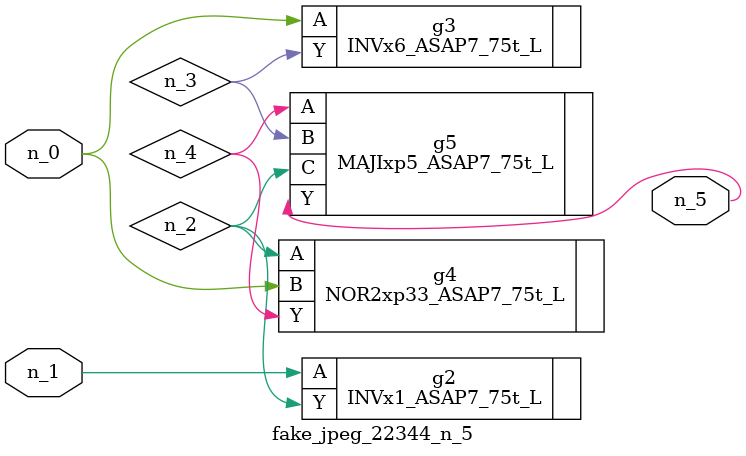
<source format=v>
module fake_jpeg_22344_n_5 (n_0, n_1, n_5);

input n_0;
input n_1;

output n_5;

wire n_3;
wire n_2;
wire n_4;

INVx1_ASAP7_75t_L g2 ( 
.A(n_1),
.Y(n_2)
);

INVx6_ASAP7_75t_L g3 ( 
.A(n_0),
.Y(n_3)
);

NOR2xp33_ASAP7_75t_L g4 ( 
.A(n_2),
.B(n_0),
.Y(n_4)
);

MAJIxp5_ASAP7_75t_L g5 ( 
.A(n_4),
.B(n_3),
.C(n_2),
.Y(n_5)
);


endmodule
</source>
